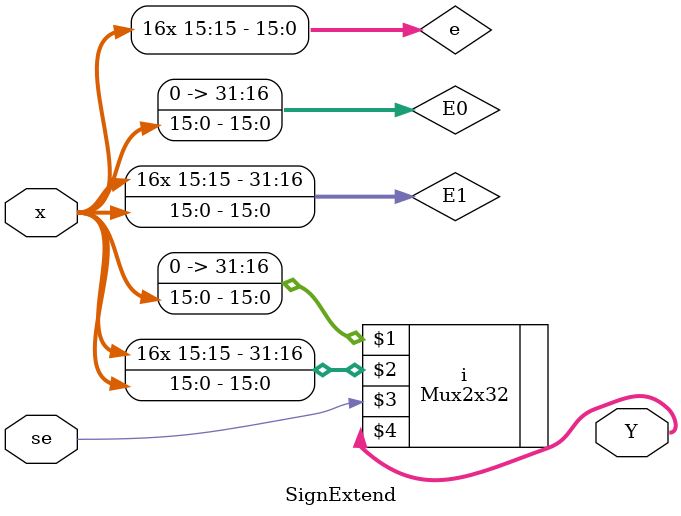
<source format=v>
`timescale 1ns / 1ps


module SignExtend(x,se,Y);
    input [15:0] x;
	input se;
	output [31:0] Y;
	wire [31:0] E0, E1;
	wire [15:0] e = {16{x[15]}};
	parameter z = 16'b0;
	assign E0 = {z,x};
	assign E1 = {e,x};
	Mux2x32 i(E0,E1,se,Y);
endmodule

</source>
